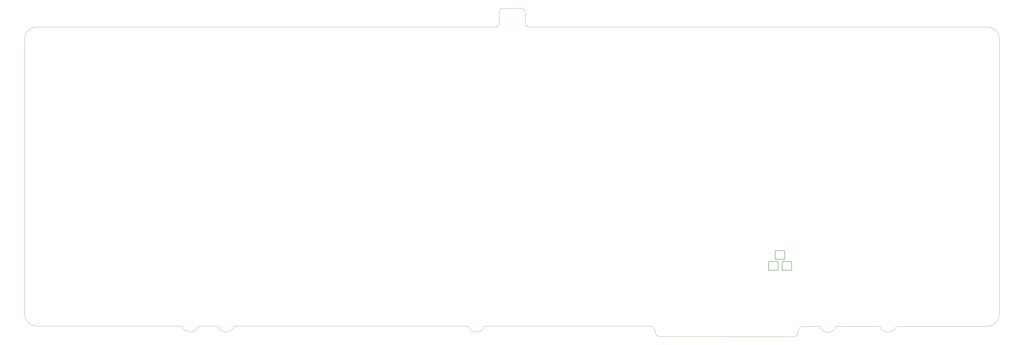
<source format=gbr>
G04 #@! TF.GenerationSoftware,KiCad,Pcbnew,8.99.0-946-gf00a1ab517*
G04 #@! TF.CreationDate,2024-05-15T19:48:55+07:00*
G04 #@! TF.ProjectId,austin,61757374-696e-42e6-9b69-6361645f7063,v2.2.6*
G04 #@! TF.SameCoordinates,PX1a96a400PY40d23d0*
G04 #@! TF.FileFunction,Profile,NP*
%FSLAX46Y46*%
G04 Gerber Fmt 4.6, Leading zero omitted, Abs format (unit mm)*
G04 Created by KiCad (PCBNEW 8.99.0-946-gf00a1ab517) date 2024-05-15 19:48:55*
%MOMM*%
%LPD*%
G01*
G04 APERTURE LIST*
G04 #@! TA.AperFunction,Profile*
%ADD10C,0.100000*%
G04 #@! TD*
G04 #@! TA.AperFunction,Profile*
%ADD11C,0.150000*%
G04 #@! TD*
G04 APERTURE END LIST*
D10*
X-339975000Y-149753500D02*
G75*
G02*
X-344975000Y-144753500I0J5000000D01*
G01*
X-155365000Y-28727500D02*
G75*
G02*
X-156865000Y-30227500I-1500000J0D01*
G01*
X-339975000Y-30213500D02*
X-156865000Y-30227500D01*
X-146455000Y-22827500D02*
G75*
G02*
X-144955000Y-24327500I0J-1500000D01*
G01*
X-144955000Y-24327500D02*
X-144955000Y-28727500D01*
X-153865000Y-22827500D02*
X-146455000Y-22827500D01*
X-155365000Y-28727500D02*
X-155365000Y-24327500D01*
X-155365000Y-24327500D02*
G75*
G02*
X-153865000Y-22827500I1500000J0D01*
G01*
X44465000Y-144843500D02*
G75*
G02*
X39465000Y-149843500I-5000000J0D01*
G01*
X39465000Y-149843500D02*
X3350000Y-149856255D01*
X-275345000Y-149778500D02*
G75*
G02*
X-282105000Y-149778500I-3380000J1245212D01*
G01*
X39475000Y-30223500D02*
G75*
G02*
X44475000Y-35223500I0J-5000000D01*
G01*
X-261075000Y-149761636D02*
G75*
G02*
X-267835000Y-149761636I-3380000J1245212D01*
G01*
X3350000Y-149856255D02*
G75*
G02*
X-3395000Y-149856255I-3372500J1242450D01*
G01*
X39475000Y-30223500D02*
X-143455000Y-30227500D01*
X-3395000Y-149856255D02*
X-20560000Y-149826255D01*
X-282105000Y-149778500D02*
X-339975000Y-149753500D01*
X-344975000Y-144753500D02*
X-344975000Y-35213500D01*
X44475000Y-35223500D02*
X44465000Y-144843500D01*
X-95095000Y-149753500D02*
G75*
G02*
X-93095000Y-151753500I0J-2000000D01*
G01*
X-20560000Y-149826255D02*
G75*
G02*
X-27395000Y-149826255I-3417500J1259051D01*
G01*
X-91105000Y-153943500D02*
G75*
G02*
X-93094965Y-151753503I0J1999100D01*
G01*
X-167815000Y-149761636D02*
X-261075000Y-149761636D01*
X-35935000Y-151823500D02*
G75*
G02*
X-37935000Y-153983528I-2000000J-154100D01*
G01*
X-95095000Y-149753500D02*
X-161055000Y-149761636D01*
X-161055000Y-149761636D02*
G75*
G02*
X-167815000Y-149761636I-3380000J1245212D01*
G01*
X-344975000Y-35213500D02*
G75*
G02*
X-339975000Y-30213500I5000000J0D01*
G01*
X-143455000Y-30227500D02*
G75*
G02*
X-144955000Y-28727500I0J1500000D01*
G01*
X-37935000Y-153983500D02*
X-91105000Y-153943500D01*
X-267835000Y-149761636D02*
X-275345000Y-149778500D01*
X-27395000Y-149826255D02*
X-33935000Y-149823500D01*
X-35935000Y-151823500D02*
G75*
G02*
X-33935000Y-149823500I2000000J0D01*
G01*
D11*
X-42355000Y-124070000D02*
X-42355000Y-127470000D01*
X-42355000Y-124070000D02*
X-38555000Y-124070000D01*
X-42355000Y-127470000D02*
X-38555000Y-127470000D01*
X-38555000Y-124070000D02*
X-38555000Y-127470000D01*
X-47792500Y-127417500D02*
X-47792500Y-124017500D01*
X-43992500Y-124017500D02*
X-47792500Y-124017500D01*
X-43992500Y-127417500D02*
X-47792500Y-127417500D01*
X-43992500Y-127417500D02*
X-43992500Y-124017500D01*
X-45127500Y-119652500D02*
X-45127500Y-123052500D01*
X-45127500Y-119652500D02*
X-41327500Y-119652500D01*
X-45127500Y-123052500D02*
X-41327500Y-123052500D01*
X-41327500Y-119652500D02*
X-41327500Y-123052500D01*
M02*

</source>
